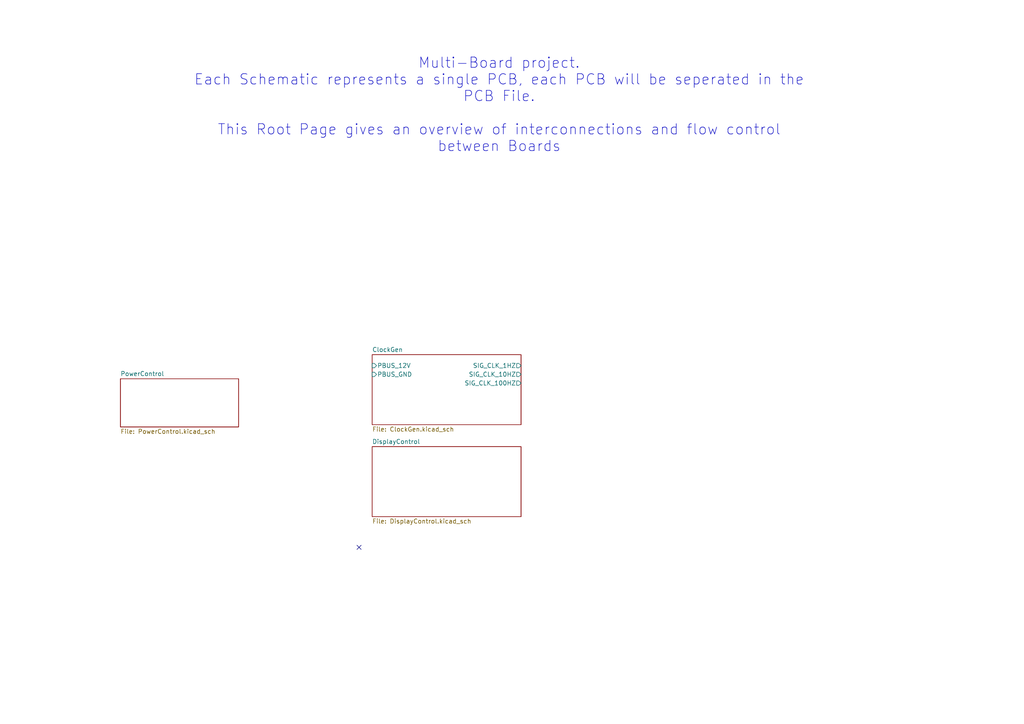
<source format=kicad_sch>
(kicad_sch
	(version 20250114)
	(generator "eeschema")
	(generator_version "9.0")
	(uuid "0ff508fd-18da-4ab7-9844-3c8a28c2587e")
	(paper "A4")
	(title_block
		(title "IV-6 VFD Clock")
		(date "2025-06-25")
		(rev "MkII")
		(company "ADBeta")
	)
	(lib_symbols)
	(text "Multi-Board project.\nEach Schematic represents a single PCB, each PCB will be seperated in the\nPCB File.\n\nThis Root Page gives an overview of interconnections and flow control\nbetween Boards"
		(exclude_from_sim no)
		(at 144.78 30.48 0)
		(effects
			(font
				(size 3 3)
			)
		)
		(uuid "5ab29709-7247-4f88-ba9d-38cb8f4a43cc")
	)
	(no_connect
		(at 104.14 158.75)
		(uuid "e739a248-d511-4679-b92e-98ad52d4151a")
	)
	(sheet
		(at 34.925 109.855)
		(size 34.29 13.97)
		(exclude_from_sim no)
		(in_bom yes)
		(on_board yes)
		(dnp no)
		(fields_autoplaced yes)
		(stroke
			(width 0)
			(type solid)
		)
		(fill
			(color 0 0 0 0.0000)
		)
		(uuid "00000000-0000-0000-0000-0000619970a4")
		(property "Sheetname" "PowerControl"
			(at 34.925 109.1434 0)
			(effects
				(font
					(size 1.27 1.27)
				)
				(justify left bottom)
			)
		)
		(property "Sheetfile" "PowerControl.kicad_sch"
			(at 34.925 124.4096 0)
			(effects
				(font
					(size 1.27 1.27)
				)
				(justify left top)
			)
		)
		(instances
			(project "IV-6_VFD_Clock"
				(path "/0ff508fd-18da-4ab7-9844-3c8a28c2587e"
					(page "4")
				)
			)
		)
	)
	(sheet
		(at 107.95 129.54)
		(size 43.18 20.32)
		(exclude_from_sim no)
		(in_bom yes)
		(on_board yes)
		(dnp no)
		(fields_autoplaced yes)
		(stroke
			(width 0)
			(type solid)
		)
		(fill
			(color 0 0 0 0.0000)
		)
		(uuid "00000000-0000-0000-0000-000061998834")
		(property "Sheetname" "DisplayControl"
			(at 107.95 128.8284 0)
			(effects
				(font
					(size 1.27 1.27)
				)
				(justify left bottom)
			)
		)
		(property "Sheetfile" "DisplayControl.kicad_sch"
			(at 107.95 150.4446 0)
			(effects
				(font
					(size 1.27 1.27)
				)
				(justify left top)
			)
		)
		(instances
			(project "IV-6_VFD_Clock"
				(path "/0ff508fd-18da-4ab7-9844-3c8a28c2587e"
					(page "3")
				)
			)
		)
	)
	(sheet
		(at 107.95 102.87)
		(size 43.18 20.32)
		(exclude_from_sim no)
		(in_bom yes)
		(on_board yes)
		(dnp no)
		(fields_autoplaced yes)
		(stroke
			(width 0)
			(type solid)
		)
		(fill
			(color 0 0 0 0.0000)
		)
		(uuid "00000000-0000-0000-0000-000061998cd6")
		(property "Sheetname" "ClockGen"
			(at 107.95 102.1584 0)
			(effects
				(font
					(size 1.27 1.27)
				)
				(justify left bottom)
			)
		)
		(property "Sheetfile" "ClockGen.kicad_sch"
			(at 107.95 123.7746 0)
			(effects
				(font
					(size 1.27 1.27)
				)
				(justify left top)
			)
		)
		(pin "PBUS_12V" input
			(at 107.95 106.045 180)
			(uuid "20b9de70-a85b-431b-af76-d705c77848c9")
			(effects
				(font
					(size 1.27 1.27)
				)
				(justify left)
			)
		)
		(pin "SIG_CLK_1HZ" output
			(at 151.13 106.045 0)
			(uuid "11c031e7-c465-4760-90de-522c6f78b835")
			(effects
				(font
					(size 1.27 1.27)
				)
				(justify right)
			)
		)
		(pin "SIG_CLK_10HZ" output
			(at 151.13 108.585 0)
			(uuid "637ff11c-6c3e-4910-b83b-75ee284dc535")
			(effects
				(font
					(size 1.27 1.27)
				)
				(justify right)
			)
		)
		(pin "SIG_CLK_100HZ" output
			(at 151.13 111.125 0)
			(uuid "b0743b10-20e3-4930-94cc-4d5faf6a1d7b")
			(effects
				(font
					(size 1.27 1.27)
				)
				(justify right)
			)
		)
		(pin "PBUS_GND" input
			(at 107.95 108.585 180)
			(uuid "7cc446b2-5ae0-4b57-a4c0-e37d7a342a9f")
			(effects
				(font
					(size 1.27 1.27)
				)
				(justify left)
			)
		)
		(instances
			(project "IV-6_VFD_Clock"
				(path "/0ff508fd-18da-4ab7-9844-3c8a28c2587e"
					(page "2")
				)
			)
		)
	)
	(sheet_instances
		(path "/"
			(page "1")
		)
	)
	(embedded_fonts no)
)

</source>
